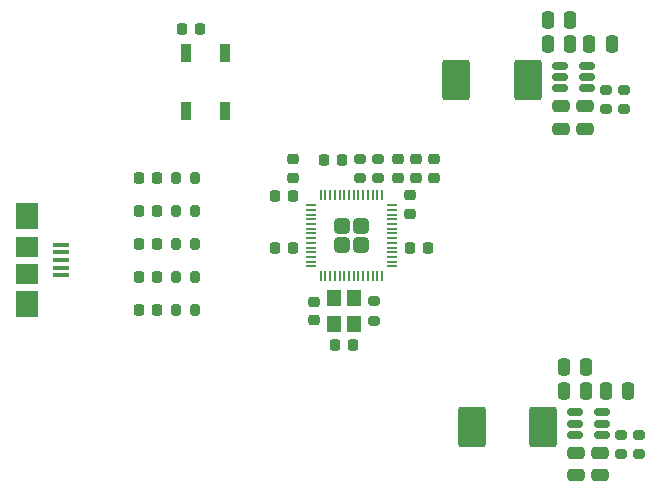
<source format=gtp>
G04 #@! TF.GenerationSoftware,KiCad,Pcbnew,7.0.7*
G04 #@! TF.CreationDate,2024-02-08T13:12:57-05:00*
G04 #@! TF.ProjectId,UMRT_FC_R2,554d5254-5f46-4435-9f52-322e6b696361,rev?*
G04 #@! TF.SameCoordinates,Original*
G04 #@! TF.FileFunction,Paste,Top*
G04 #@! TF.FilePolarity,Positive*
%FSLAX46Y46*%
G04 Gerber Fmt 4.6, Leading zero omitted, Abs format (unit mm)*
G04 Created by KiCad (PCBNEW 7.0.7) date 2024-02-08 13:12:57*
%MOMM*%
%LPD*%
G01*
G04 APERTURE LIST*
G04 Aperture macros list*
%AMRoundRect*
0 Rectangle with rounded corners*
0 $1 Rounding radius*
0 $2 $3 $4 $5 $6 $7 $8 $9 X,Y pos of 4 corners*
0 Add a 4 corners polygon primitive as box body*
4,1,4,$2,$3,$4,$5,$6,$7,$8,$9,$2,$3,0*
0 Add four circle primitives for the rounded corners*
1,1,$1+$1,$2,$3*
1,1,$1+$1,$4,$5*
1,1,$1+$1,$6,$7*
1,1,$1+$1,$8,$9*
0 Add four rect primitives between the rounded corners*
20,1,$1+$1,$2,$3,$4,$5,0*
20,1,$1+$1,$4,$5,$6,$7,0*
20,1,$1+$1,$6,$7,$8,$9,0*
20,1,$1+$1,$8,$9,$2,$3,0*%
G04 Aperture macros list end*
%ADD10R,0.900000X1.500000*%
%ADD11RoundRect,0.225000X0.225000X0.250000X-0.225000X0.250000X-0.225000X-0.250000X0.225000X-0.250000X0*%
%ADD12RoundRect,0.200000X-0.275000X0.200000X-0.275000X-0.200000X0.275000X-0.200000X0.275000X0.200000X0*%
%ADD13RoundRect,0.250000X-0.475000X0.250000X-0.475000X-0.250000X0.475000X-0.250000X0.475000X0.250000X0*%
%ADD14RoundRect,0.249999X-0.395001X-0.395001X0.395001X-0.395001X0.395001X0.395001X-0.395001X0.395001X0*%
%ADD15RoundRect,0.050000X-0.387500X-0.050000X0.387500X-0.050000X0.387500X0.050000X-0.387500X0.050000X0*%
%ADD16RoundRect,0.050000X-0.050000X-0.387500X0.050000X-0.387500X0.050000X0.387500X-0.050000X0.387500X0*%
%ADD17RoundRect,0.150000X0.512500X0.150000X-0.512500X0.150000X-0.512500X-0.150000X0.512500X-0.150000X0*%
%ADD18RoundRect,0.218750X0.218750X0.256250X-0.218750X0.256250X-0.218750X-0.256250X0.218750X-0.256250X0*%
%ADD19RoundRect,0.200000X0.275000X-0.200000X0.275000X0.200000X-0.275000X0.200000X-0.275000X-0.200000X0*%
%ADD20RoundRect,0.250000X-0.250000X-0.475000X0.250000X-0.475000X0.250000X0.475000X-0.250000X0.475000X0*%
%ADD21RoundRect,0.225000X0.250000X-0.225000X0.250000X0.225000X-0.250000X0.225000X-0.250000X-0.225000X0*%
%ADD22R,1.400000X0.400000*%
%ADD23R,1.900000X2.300000*%
%ADD24R,1.900000X1.800000*%
%ADD25RoundRect,0.250000X0.250000X0.475000X-0.250000X0.475000X-0.250000X-0.475000X0.250000X-0.475000X0*%
%ADD26RoundRect,0.200000X-0.200000X-0.275000X0.200000X-0.275000X0.200000X0.275000X-0.200000X0.275000X0*%
%ADD27RoundRect,0.225000X-0.225000X-0.250000X0.225000X-0.250000X0.225000X0.250000X-0.225000X0.250000X0*%
%ADD28RoundRect,0.250000X0.475000X-0.250000X0.475000X0.250000X-0.475000X0.250000X-0.475000X-0.250000X0*%
%ADD29RoundRect,0.235000X0.940000X1.465000X-0.940000X1.465000X-0.940000X-1.465000X0.940000X-1.465000X0*%
%ADD30R,1.200000X1.400000*%
%ADD31RoundRect,0.225000X-0.250000X0.225000X-0.250000X-0.225000X0.250000X-0.225000X0.250000X0.225000X0*%
G04 APERTURE END LIST*
D10*
X114807000Y-98134000D03*
X111507000Y-98134000D03*
X111507000Y-103034000D03*
X114807000Y-103034000D03*
D11*
X120536000Y-114681000D03*
X118986000Y-114681000D03*
D12*
X149860000Y-130493000D03*
X149860000Y-132143000D03*
D11*
X120536000Y-110236000D03*
X118986000Y-110236000D03*
D13*
X144526000Y-132019000D03*
X144526000Y-133919000D03*
D14*
X124684500Y-112836000D03*
X124684500Y-114436000D03*
X126284500Y-112836000D03*
X126284500Y-114436000D03*
D15*
X122047000Y-111036000D03*
X122047000Y-111436000D03*
X122047000Y-111836000D03*
X122047000Y-112236000D03*
X122047000Y-112636000D03*
X122047000Y-113036000D03*
X122047000Y-113436000D03*
X122047000Y-113836000D03*
X122047000Y-114236000D03*
X122047000Y-114636000D03*
X122047000Y-115036000D03*
X122047000Y-115436000D03*
X122047000Y-115836000D03*
X122047000Y-116236000D03*
D16*
X122884500Y-117073500D03*
X123284500Y-117073500D03*
X123684500Y-117073500D03*
X124084500Y-117073500D03*
X124484500Y-117073500D03*
X124884500Y-117073500D03*
X125284500Y-117073500D03*
X125684500Y-117073500D03*
X126084500Y-117073500D03*
X126484500Y-117073500D03*
X126884500Y-117073500D03*
X127284500Y-117073500D03*
X127684500Y-117073500D03*
X128084500Y-117073500D03*
D15*
X128922000Y-116236000D03*
X128922000Y-115836000D03*
X128922000Y-115436000D03*
X128922000Y-115036000D03*
X128922000Y-114636000D03*
X128922000Y-114236000D03*
X128922000Y-113836000D03*
X128922000Y-113436000D03*
X128922000Y-113036000D03*
X128922000Y-112636000D03*
X128922000Y-112236000D03*
X128922000Y-111836000D03*
X128922000Y-111436000D03*
X128922000Y-111036000D03*
D16*
X128084500Y-110198500D03*
X127684500Y-110198500D03*
X127284500Y-110198500D03*
X126884500Y-110198500D03*
X126484500Y-110198500D03*
X126084500Y-110198500D03*
X125684500Y-110198500D03*
X125284500Y-110198500D03*
X124884500Y-110198500D03*
X124484500Y-110198500D03*
X124084500Y-110198500D03*
X123684500Y-110198500D03*
X123284500Y-110198500D03*
X122884500Y-110198500D03*
D17*
X145409500Y-101153000D03*
X145409500Y-100203000D03*
X145409500Y-99253000D03*
X143134500Y-99253000D03*
X143134500Y-100203000D03*
X143134500Y-101153000D03*
D18*
X109054500Y-114300000D03*
X107479500Y-114300000D03*
X109054500Y-108712000D03*
X107479500Y-108712000D03*
D19*
X148336000Y-132143000D03*
X148336000Y-130493000D03*
D20*
X143449000Y-124714000D03*
X145349000Y-124714000D03*
D12*
X127381000Y-119177000D03*
X127381000Y-120827000D03*
X148590000Y-101283000D03*
X148590000Y-102933000D03*
D21*
X130937000Y-108725000D03*
X130937000Y-107175000D03*
D22*
X100864000Y-114397000D03*
X100864000Y-115047000D03*
X100864000Y-115697000D03*
X100864000Y-116347000D03*
X100864000Y-116997000D03*
D23*
X98014000Y-111947000D03*
D24*
X98014000Y-114547000D03*
X98014000Y-116847000D03*
D23*
X98014000Y-119447000D03*
D12*
X127762000Y-107112000D03*
X127762000Y-108762000D03*
D19*
X147066000Y-102933000D03*
X147066000Y-101283000D03*
D25*
X147508000Y-97409000D03*
X145608000Y-97409000D03*
D26*
X110617000Y-108712000D03*
X112267000Y-108712000D03*
X110617000Y-114300000D03*
X112267000Y-114300000D03*
D20*
X143449000Y-126746000D03*
X145349000Y-126746000D03*
D21*
X132461000Y-108725000D03*
X132461000Y-107175000D03*
D27*
X130416000Y-114681000D03*
X131966000Y-114681000D03*
D11*
X125616000Y-122923000D03*
X124066000Y-122923000D03*
D28*
X145288000Y-104582000D03*
X145288000Y-102682000D03*
D11*
X112662000Y-96139000D03*
X111112000Y-96139000D03*
D26*
X110617000Y-117094000D03*
X112267000Y-117094000D03*
D11*
X124727000Y-107188000D03*
X123177000Y-107188000D03*
D26*
X110617000Y-119888000D03*
X112267000Y-119888000D03*
D20*
X142118000Y-97409000D03*
X144018000Y-97409000D03*
D21*
X129413000Y-108712000D03*
X129413000Y-107162000D03*
D25*
X148905000Y-126746000D03*
X147005000Y-126746000D03*
D17*
X146679500Y-130490000D03*
X146679500Y-129540000D03*
X146679500Y-128590000D03*
X144404500Y-128590000D03*
X144404500Y-129540000D03*
X144404500Y-130490000D03*
D18*
X109054500Y-111506000D03*
X107479500Y-111506000D03*
X109063500Y-119888000D03*
X107488500Y-119888000D03*
D29*
X140416000Y-100457000D03*
X134366000Y-100457000D03*
D28*
X146558000Y-133919000D03*
X146558000Y-132019000D03*
D30*
X125691000Y-121102000D03*
X125691000Y-118902000D03*
X123991000Y-118902000D03*
X123991000Y-121102000D03*
D20*
X142118000Y-95377000D03*
X144018000Y-95377000D03*
D31*
X130429000Y-110223000D03*
X130429000Y-111773000D03*
D13*
X143256000Y-102682000D03*
X143256000Y-104582000D03*
D29*
X141709000Y-129794000D03*
X135659000Y-129794000D03*
D12*
X126238000Y-107112000D03*
X126238000Y-108762000D03*
D26*
X110617000Y-111506000D03*
X112267000Y-111506000D03*
D18*
X109054500Y-117094000D03*
X107479500Y-117094000D03*
D31*
X122301000Y-119227000D03*
X122301000Y-120777000D03*
D21*
X120523000Y-108725000D03*
X120523000Y-107175000D03*
M02*

</source>
